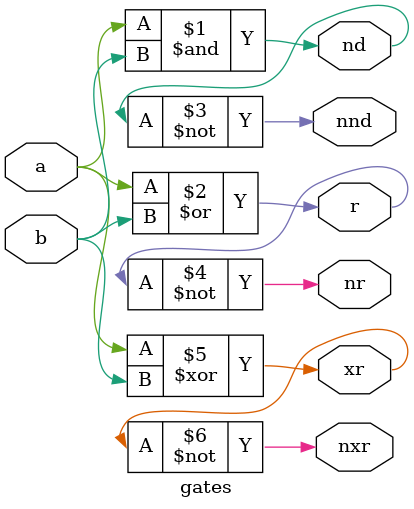
<source format=sv>
module gates(input a, b, output nd, r, nnd, nr, xr, nxr);
    assign nd = a & b;
    assign r = a | b;
    assign nnd = ~(nd);
    assign nr = ~r;
    assign xr = a ^ b;
    assign nxr = ~xr;
endmodule
</source>
